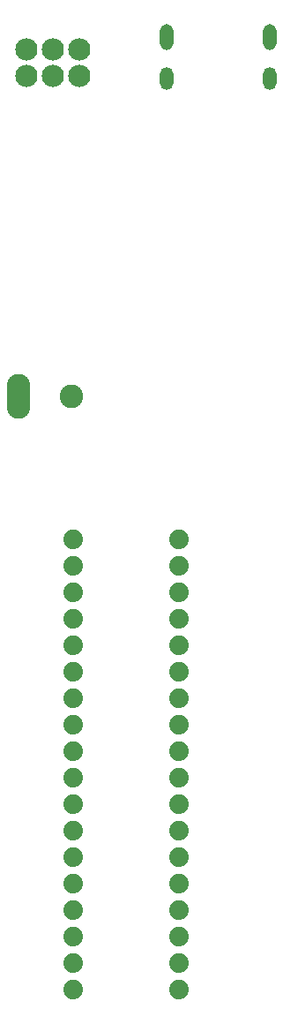
<source format=gbs>
G04*
G04 #@! TF.GenerationSoftware,Altium Limited,Altium Designer,22.4.2 (48)*
G04*
G04 Layer_Color=16711935*
%FSLAX25Y25*%
%MOIN*%
G70*
G04*
G04 #@! TF.SameCoordinates,8F61AF4B-F53A-42A9-915A-93109ADE89DC*
G04*
G04*
G04 #@! TF.FilePolarity,Negative*
G04*
G01*
G75*
%ADD16O,0.08900X0.16400*%
%ADD18C,0.08900*%
%ADD19C,0.08400*%
%ADD20O,0.05124X0.08668*%
%ADD21O,0.05124X0.09849*%
%ADD22C,0.07400*%
D16*
X22000Y231500D02*
D03*
D18*
X42000D02*
D03*
X22000Y227500D02*
D03*
Y235500D02*
D03*
D19*
X45000Y362500D02*
D03*
Y352500D02*
D03*
X35000Y362500D02*
D03*
Y352500D02*
D03*
X25000Y362500D02*
D03*
Y352500D02*
D03*
D20*
X116988Y351575D02*
D03*
X78012D02*
D03*
D21*
Y367323D02*
D03*
X116988D02*
D03*
D22*
X42500Y177500D02*
D03*
Y167500D02*
D03*
Y157500D02*
D03*
Y147500D02*
D03*
Y137500D02*
D03*
Y127500D02*
D03*
Y117500D02*
D03*
Y107500D02*
D03*
Y97500D02*
D03*
Y87500D02*
D03*
Y77500D02*
D03*
Y67500D02*
D03*
X82500Y177500D02*
D03*
Y167500D02*
D03*
Y157500D02*
D03*
Y147500D02*
D03*
Y137500D02*
D03*
Y127500D02*
D03*
X42500Y57500D02*
D03*
Y47500D02*
D03*
Y37500D02*
D03*
Y27500D02*
D03*
Y17500D02*
D03*
Y7500D02*
D03*
X82500Y117500D02*
D03*
Y107500D02*
D03*
Y97500D02*
D03*
Y87500D02*
D03*
Y77500D02*
D03*
Y67500D02*
D03*
Y57500D02*
D03*
Y47500D02*
D03*
Y37500D02*
D03*
Y27500D02*
D03*
Y17500D02*
D03*
Y7500D02*
D03*
M02*

</source>
